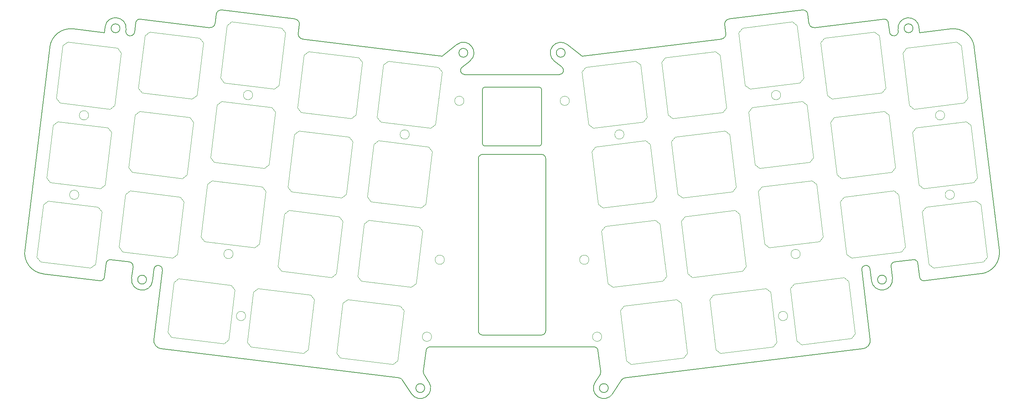
<source format=gm1>
G04 #@! TF.GenerationSoftware,KiCad,Pcbnew,7.0.10-7.0.10~ubuntu23.04.1*
G04 #@! TF.CreationDate,2024-02-06T20:15:15+00:00*
G04 #@! TF.ProjectId,plate_36keys,706c6174-655f-4333-966b-6579732e6b69,v0.1*
G04 #@! TF.SameCoordinates,Original*
G04 #@! TF.FileFunction,Profile,NP*
%FSLAX46Y46*%
G04 Gerber Fmt 4.6, Leading zero omitted, Abs format (unit mm)*
G04 Created by KiCad (PCBNEW 7.0.10-7.0.10~ubuntu23.04.1) date 2024-02-06 20:15:15*
%MOMM*%
%LPD*%
G01*
G04 APERTURE LIST*
G04 #@! TA.AperFunction,Profile*
%ADD10C,0.200000*%
G04 #@! TD*
G04 #@! TA.AperFunction,Profile*
%ADD11C,0.050000*%
G04 #@! TD*
G04 APERTURE END LIST*
D10*
X77682917Y-58995632D02*
X95052477Y-61128345D01*
X130002631Y-69966074D02*
X133525011Y-67208887D01*
X243493502Y-122541636D02*
G75*
G03*
X244607885Y-123412317I992598J121936D01*
G01*
X173443954Y-146544944D02*
X230025537Y-139597600D01*
X153139472Y-91358057D02*
X140139472Y-91358057D01*
X50197233Y-119273574D02*
X49795467Y-122545699D01*
X30863549Y-116191113D02*
G75*
G03*
X35216943Y-121763192I4962551J-609487D01*
G01*
X136609867Y-71143852D02*
G75*
G03*
X133525011Y-67208887I-1542467J1967452D01*
G01*
X166363422Y-147599714D02*
G75*
G03*
X170552210Y-150329837I2094378J-1365086D01*
G01*
X136117430Y-69176357D02*
G75*
G03*
X134017430Y-69176357I-1050000J0D01*
G01*
X134017430Y-69176357D02*
G75*
G03*
X136117430Y-69176357I1050000J0D01*
G01*
X51311653Y-118402862D02*
G75*
G03*
X50197234Y-119273574I-121953J-992438D01*
G01*
X61558128Y-120668517D02*
X61215624Y-123457990D01*
X122736741Y-150333918D02*
X120560880Y-146995520D01*
X55746721Y-65124164D02*
X55826748Y-65133990D01*
X258071990Y-121759108D02*
G75*
G03*
X262425377Y-116187055I-609190J4962608D01*
G01*
X96097289Y-62465643D02*
X95839839Y-64562398D01*
X230025536Y-139597589D02*
G75*
G03*
X231766889Y-137368768I-243736J1985089D01*
G01*
X127205790Y-139149902D02*
X166082638Y-139146364D01*
X243493469Y-122541640D02*
X243091703Y-119269515D01*
X54876034Y-64009747D02*
G75*
G03*
X55746721Y-65124163I992566J-121853D01*
G01*
X61522046Y-137372827D02*
X63543155Y-120912212D01*
X56595463Y-120059178D02*
G75*
G03*
X55724720Y-118944754I-992663J121778D01*
G01*
X56252893Y-122848643D02*
X56595397Y-120059170D01*
X217200710Y-62133147D02*
G75*
G03*
X218538067Y-63177949I1191290J146547D01*
G01*
X63263399Y-139601659D02*
X119844982Y-146549003D01*
X243356838Y-63035489D02*
G75*
G03*
X238368964Y-63647923I-2493938J-306211D01*
G01*
X232073312Y-123453931D02*
X231730808Y-120664458D01*
X74750870Y-63182004D02*
G75*
G03*
X76088171Y-62137199I146130J1191204D01*
G01*
X196404283Y-65895631D02*
G75*
G03*
X197449097Y-64558339I-146083J1190931D01*
G01*
X232073347Y-123453927D02*
G75*
G03*
X237036042Y-122844584I2481353J304627D01*
G01*
X140139472Y-77358057D02*
X153139472Y-77358057D01*
X95839848Y-64562399D02*
G75*
G03*
X96884652Y-65899695I1190852J-146401D01*
G01*
X134779321Y-72573626D02*
G75*
G03*
X135394999Y-74361699I615579J-788074D01*
G01*
X96097284Y-62465642D02*
G75*
G03*
X95052475Y-61128345I-1191184J146142D01*
G01*
X256488493Y-67835015D02*
X262425377Y-116187055D01*
X159271506Y-69172298D02*
G75*
G03*
X157171506Y-69172298I-1050000J0D01*
G01*
X157171506Y-69172298D02*
G75*
G03*
X159271506Y-69172298I1050000J0D01*
G01*
X154640692Y-94348132D02*
X154640691Y-135348130D01*
X135394999Y-74361699D02*
X157895290Y-74358473D01*
X243523049Y-64389422D02*
X250916415Y-63481631D01*
X153640692Y-136348133D02*
X139640692Y-136348133D01*
X136609849Y-71143829D02*
X134779303Y-72573604D01*
X54919971Y-63651982D02*
G75*
G03*
X49932129Y-63039552I-2493921J306212D01*
G01*
X218538067Y-63177950D02*
X234959918Y-61161600D01*
X56252895Y-122848643D02*
G75*
G03*
X61215624Y-123457990I2481365J-304667D01*
G01*
X161709203Y-68729846D02*
X163286305Y-69962015D01*
X42372521Y-63485690D02*
X49765887Y-64393481D01*
X58329012Y-61165708D02*
G75*
G03*
X57214603Y-62036336I-121912J-992492D01*
G01*
X127205790Y-139149882D02*
G75*
G03*
X126214751Y-140017014I110J-1000018D01*
G01*
X237564220Y-118940724D02*
G75*
G03*
X236693540Y-120055111I121780J-992476D01*
G01*
X159763925Y-67204825D02*
X161709203Y-68729846D01*
X42372519Y-63485705D02*
G75*
G03*
X36800443Y-67839074I-609219J-4962895D01*
G01*
X138640767Y-135348132D02*
G75*
G03*
X139640692Y-136348133I1000233J232D01*
G01*
X197449097Y-64558339D02*
X197191647Y-62461584D01*
X236693539Y-120055111D02*
X237036043Y-122844584D01*
X235604679Y-123149257D02*
G75*
G03*
X233504677Y-123149257I-1050001J0D01*
G01*
X233504677Y-123149257D02*
G75*
G03*
X235604679Y-123149257I1050001J0D01*
G01*
X58329018Y-61165659D02*
X74750869Y-63182009D01*
X153639543Y-77858057D02*
G75*
G03*
X153139472Y-77358057I-500043J-43D01*
G01*
X258071993Y-121759133D02*
X244607885Y-123412317D01*
X236074307Y-62032280D02*
G75*
G03*
X234959918Y-61161601I-992507J-121820D01*
G01*
X172728056Y-146991461D02*
X170552195Y-150329859D01*
X153639472Y-77858057D02*
X153639472Y-90858057D01*
X48681051Y-123416373D02*
G75*
G03*
X49795467Y-122545699I121849J992573D01*
G01*
X55826750Y-65133972D02*
G75*
G03*
X56941164Y-64263313I121850J992572D01*
G01*
X167073850Y-140013399D02*
X167747194Y-145032513D01*
X236347789Y-64259252D02*
G75*
G03*
X237462188Y-65129931I992611J121952D01*
G01*
X139640692Y-93348132D02*
X153640692Y-93348132D01*
X167073852Y-140013399D02*
G75*
G03*
X166082638Y-139146364I-991152J-133001D01*
G01*
X198236459Y-61124286D02*
X215606019Y-58991573D01*
X125881141Y-148968822D02*
G75*
G03*
X123781139Y-148968822I-1050001J0D01*
G01*
X123781139Y-148968822D02*
G75*
G03*
X125881141Y-148968822I1050001J0D01*
G01*
X241912885Y-63341708D02*
G75*
G03*
X239812885Y-63341708I-1050000J0D01*
G01*
X239812885Y-63341708D02*
G75*
G03*
X241912885Y-63341708I1050000J0D01*
G01*
X238368963Y-63647923D02*
X238412891Y-64005689D01*
X236074334Y-62032277D02*
X236347772Y-64259254D01*
X139640692Y-93348092D02*
G75*
G03*
X138640692Y-94348132I8J-1000008D01*
G01*
X256488543Y-67835009D02*
G75*
G03*
X250916415Y-63481632I-4962843J-609491D01*
G01*
X122736732Y-150333891D02*
G75*
G03*
X126925554Y-147603747I2094438J1365031D01*
G01*
X96884652Y-65899696D02*
X130002631Y-69966074D01*
X163286305Y-69962015D02*
X196404284Y-65895637D01*
X153139472Y-91358072D02*
G75*
G03*
X153639472Y-90858057I28J499972D01*
G01*
X243091677Y-119269518D02*
G75*
G03*
X241977287Y-118398839I-992477J-121782D01*
G01*
X154640668Y-94348132D02*
G75*
G03*
X153640692Y-93348132I-999968J32D01*
G01*
X166363381Y-147599689D02*
X167593882Y-145711350D01*
X159763919Y-67204835D02*
G75*
G03*
X156679087Y-71139770I-1542419J-1967465D01*
G01*
X139639472Y-90858057D02*
X139639472Y-77858057D01*
X157895290Y-74358488D02*
G75*
G03*
X158510700Y-72570378I-90J999988D01*
G01*
X169507797Y-148964763D02*
G75*
G03*
X167407795Y-148964763I-1050001J0D01*
G01*
X167407795Y-148964763D02*
G75*
G03*
X169507797Y-148964763I1050001J0D01*
G01*
X48681051Y-123416376D02*
X35216943Y-121763192D01*
X237564216Y-118940695D02*
X241977287Y-118398838D01*
X51311649Y-118402897D02*
X55724720Y-118944754D01*
X125541773Y-145036576D02*
G75*
G03*
X125695054Y-145715409I991127J-132924D01*
G01*
X125695054Y-145715409D02*
X126925555Y-147603748D01*
X54876045Y-64009748D02*
X54919973Y-63651982D01*
X173443957Y-146544965D02*
G75*
G03*
X172728057Y-146991461I121843J-992535D01*
G01*
X216943315Y-60036384D02*
X217200764Y-62133140D01*
X231730816Y-120664421D02*
G75*
G03*
X229745781Y-120908153I-992516J-121879D01*
G01*
X243522605Y-64385805D02*
X243356807Y-63035493D01*
X167593876Y-145711346D02*
G75*
G03*
X167747194Y-145032513I-837776J545946D01*
G01*
X61522050Y-137372828D02*
G75*
G03*
X63263399Y-139601659I1985050J-243772D01*
G01*
X138640692Y-135348132D02*
X138640692Y-94348132D01*
X198236459Y-61124267D02*
G75*
G03*
X197191648Y-62461584I146341J-1191133D01*
G01*
X237462188Y-65129931D02*
X237542215Y-65120105D01*
X76088172Y-62137199D02*
X76345621Y-60040443D01*
X59784259Y-123153316D02*
G75*
G03*
X57684257Y-123153316I-1050001J0D01*
G01*
X57684257Y-123153316D02*
G75*
G03*
X59784259Y-123153316I1050001J0D01*
G01*
X125541742Y-145036572D02*
X126214750Y-140017014D01*
X56941164Y-64263313D02*
X57214602Y-62036336D01*
X120560891Y-146995513D02*
G75*
G03*
X119844982Y-146549003I-837791J-546087D01*
G01*
X158510700Y-72570378D02*
X156679087Y-71139770D01*
X139639543Y-90858057D02*
G75*
G03*
X140139472Y-91358057I499957J-43D01*
G01*
X53476051Y-63345767D02*
G75*
G03*
X51376051Y-63345767I-1050000J0D01*
G01*
X51376051Y-63345767D02*
G75*
G03*
X53476051Y-63345767I1050000J0D01*
G01*
X153640692Y-136348191D02*
G75*
G03*
X154640691Y-135348130I-92J1000091D01*
G01*
X140139472Y-77358072D02*
G75*
G03*
X139639472Y-77858057I28J-500028D01*
G01*
X30863559Y-116191114D02*
X36800443Y-67839074D01*
X49932129Y-63039552D02*
X49766331Y-64389864D01*
X216943396Y-60036375D02*
G75*
G03*
X215606019Y-58991574I-1191196J-146425D01*
G01*
X237542212Y-65120078D02*
G75*
G03*
X238412891Y-64005689I-121912J992578D01*
G01*
X229745781Y-120908153D02*
X231766890Y-137368768D01*
X63543082Y-120912203D02*
G75*
G03*
X61558132Y-120668481I-992482J121803D01*
G01*
X77682925Y-58995569D02*
G75*
G03*
X76345622Y-60040444I-146025J-1191331D01*
G01*
D11*
X199603329Y-106673651D02*
X187692775Y-108136083D01*
X199603329Y-106673651D02*
X200717744Y-107544328D01*
X186822098Y-109250499D02*
X187692775Y-108136083D01*
X186822098Y-109250499D02*
X188357652Y-121756580D01*
X202253298Y-120050409D02*
X200717744Y-107544328D01*
X188357652Y-121756580D02*
X189472067Y-122627257D01*
X201382621Y-121164825D02*
X202253298Y-120050409D01*
X189472067Y-122627257D02*
X201382621Y-121164825D01*
X217930931Y-99625039D02*
X206020377Y-101087471D01*
X217930931Y-99625039D02*
X219045346Y-100495716D01*
X205149700Y-102201887D02*
X206020377Y-101087471D01*
X205149700Y-102201887D02*
X206685254Y-114707968D01*
X220580900Y-113001797D02*
X219045346Y-100495716D01*
X206685254Y-114707968D02*
X207799669Y-115578645D01*
X219710223Y-114116213D02*
X220580900Y-113001797D01*
X207799669Y-115578645D02*
X219710223Y-114116213D01*
X115447549Y-85670428D02*
X127358103Y-87132860D01*
X115447549Y-85670428D02*
X114576872Y-84556012D01*
X128472518Y-86262183D02*
X127358103Y-87132860D01*
X128472518Y-86262183D02*
X130008072Y-73756102D01*
X116112426Y-72049931D02*
X114576872Y-84556012D01*
X130008072Y-73756102D02*
X129137395Y-72641686D01*
X117226841Y-71179254D02*
X116112426Y-72049931D01*
X129137395Y-72641686D02*
X117226841Y-71179254D01*
X113125938Y-104578432D02*
X125036492Y-106040864D01*
X113125938Y-104578432D02*
X112255261Y-103464016D01*
X126150907Y-105170187D02*
X125036492Y-106040864D01*
X126150907Y-105170187D02*
X127686461Y-92664106D01*
X113790815Y-90957935D02*
X112255261Y-103464016D01*
X127686461Y-92664106D02*
X126815784Y-91549690D01*
X114905230Y-90087258D02*
X113790815Y-90957935D01*
X126815784Y-91549690D02*
X114905230Y-90087258D01*
X215428684Y-138633251D02*
X227339238Y-137170819D01*
X215428684Y-138633251D02*
X214314269Y-137762574D01*
X228209915Y-136056403D02*
X227339238Y-137170819D01*
X228209915Y-136056403D02*
X226674361Y-123550322D01*
X212778715Y-125256493D02*
X214314269Y-137762574D01*
X226674361Y-123550322D02*
X225559946Y-122679645D01*
X213649392Y-124142077D02*
X212778715Y-125256493D01*
X225559946Y-122679645D02*
X213649392Y-124142077D01*
X85178263Y-126133133D02*
X83715831Y-138043687D01*
X85178263Y-126133133D02*
X86292679Y-125262456D01*
X84586508Y-139158102D02*
X83715831Y-138043687D01*
X84586508Y-139158102D02*
X97092589Y-140693656D01*
X98798760Y-126798010D02*
X86292679Y-125262456D01*
X97092589Y-140693656D02*
X98207005Y-139822979D01*
X99669437Y-127912425D02*
X98798760Y-126798010D01*
X98207005Y-139822979D02*
X99669437Y-127912425D01*
X237419338Y-102030429D02*
X225508784Y-103492861D01*
X237419338Y-102030429D02*
X238533753Y-102901106D01*
X224638107Y-104607277D02*
X225508784Y-103492861D01*
X224638107Y-104607277D02*
X226173661Y-117113358D01*
X240069307Y-115407187D02*
X238533753Y-102901106D01*
X226173661Y-117113358D02*
X227288076Y-117984035D01*
X239198630Y-116521603D02*
X240069307Y-115407187D01*
X227288076Y-117984035D02*
X239198630Y-116521603D01*
X160268967Y-80607062D02*
G75*
G03*
X158068967Y-80607062I-1100000J0D01*
G01*
X158068967Y-80607062D02*
G75*
G03*
X160268967Y-80607062I1100000J0D01*
G01*
X235097727Y-83122425D02*
X223187173Y-84584857D01*
X235097727Y-83122425D02*
X236212142Y-83993102D01*
X222316496Y-85699273D02*
X223187173Y-84584857D01*
X222316496Y-85699273D02*
X223852050Y-98205354D01*
X237747696Y-96499183D02*
X236212142Y-83993102D01*
X223852050Y-98205354D02*
X224966465Y-99076031D01*
X236877019Y-97613599D02*
X237747696Y-96499183D01*
X224966465Y-99076031D02*
X236877019Y-97613599D01*
X127518141Y-136750673D02*
G75*
G03*
X125318141Y-136750673I-1100000J0D01*
G01*
X125318141Y-136750673D02*
G75*
G03*
X127518141Y-136750673I1100000J0D01*
G01*
X66270258Y-123811525D02*
X64807826Y-135722079D01*
X66270258Y-123811525D02*
X67384674Y-122940848D01*
X65678503Y-136836494D02*
X64807826Y-135722079D01*
X65678503Y-136836494D02*
X78184584Y-138372048D01*
X79890755Y-124476402D02*
X67384674Y-122940848D01*
X78184584Y-138372048D02*
X79299000Y-137501371D01*
X80761432Y-125590817D02*
X79890755Y-124476402D01*
X79299000Y-137501371D02*
X80761432Y-125590817D01*
X212140313Y-131817253D02*
G75*
G03*
X209940313Y-131817253I-1100000J0D01*
G01*
X209940313Y-131817253D02*
G75*
G03*
X212140313Y-131817253I1100000J0D01*
G01*
X249453527Y-84051437D02*
G75*
G03*
X247253527Y-84051437I-1100000J0D01*
G01*
X247253527Y-84051437D02*
G75*
G03*
X249453527Y-84051437I1100000J0D01*
G01*
X167960803Y-136750673D02*
G75*
G03*
X165760803Y-136750673I-1100000J0D01*
G01*
X165760803Y-136750673D02*
G75*
G03*
X167960803Y-136750673I1100000J0D01*
G01*
X130566755Y-118423073D02*
G75*
G03*
X128366755Y-118423073I-1100000J0D01*
G01*
X128366755Y-118423073D02*
G75*
G03*
X130566755Y-118423073I1100000J0D01*
G01*
X54080315Y-116521603D02*
X65990869Y-117984035D01*
X54080315Y-116521603D02*
X53209638Y-115407187D01*
X67105284Y-117113358D02*
X65990869Y-117984035D01*
X67105284Y-117113358D02*
X68640838Y-104607277D01*
X54745192Y-102901106D02*
X53209638Y-115407187D01*
X68640838Y-104607277D02*
X67770161Y-103492861D01*
X55859607Y-102030429D02*
X54745192Y-102901106D01*
X67770161Y-103492861D02*
X55859607Y-102030429D01*
X180695325Y-108995262D02*
X168784771Y-110457694D01*
X180695325Y-108995262D02*
X181809740Y-109865939D01*
X167914094Y-111572110D02*
X168784771Y-110457694D01*
X167914094Y-111572110D02*
X169449648Y-124078191D01*
X183345294Y-122372020D02*
X181809740Y-109865939D01*
X169449648Y-124078191D02*
X170564063Y-124948868D01*
X182474617Y-123486436D02*
X183345294Y-122372020D01*
X170564063Y-124948868D02*
X182474617Y-123486436D01*
X96539545Y-83348817D02*
X108450099Y-84811249D01*
X96539545Y-83348817D02*
X95668868Y-82234401D01*
X109564514Y-83940572D02*
X108450099Y-84811249D01*
X109564514Y-83940572D02*
X111100068Y-71434491D01*
X97204422Y-69728320D02*
X95668868Y-82234401D01*
X111100068Y-71434491D02*
X110229391Y-70320075D01*
X98318837Y-68857643D02*
X97204422Y-69728320D01*
X110229391Y-70320075D02*
X98318837Y-68857643D01*
X43703801Y-102959440D02*
G75*
G03*
X41503801Y-102959440I-1100000J0D01*
G01*
X41503801Y-102959440D02*
G75*
G03*
X43703801Y-102959440I1100000J0D01*
G01*
X110804327Y-123486436D02*
X122714881Y-124948868D01*
X110804327Y-123486436D02*
X109933650Y-122372020D01*
X123829296Y-124078191D02*
X122714881Y-124948868D01*
X123829296Y-124078191D02*
X125364850Y-111572110D01*
X111469204Y-109865939D02*
X109933650Y-122372020D01*
X125364850Y-111572110D02*
X124494173Y-110457694D01*
X112583619Y-108995262D02*
X111469204Y-109865939D01*
X124494173Y-110457694D02*
X112583619Y-108995262D01*
X106449768Y-128744945D02*
X104987336Y-140655499D01*
X106449768Y-128744945D02*
X107564184Y-127874268D01*
X105858013Y-141769914D02*
X104987336Y-140655499D01*
X105858013Y-141769914D02*
X118364094Y-143305468D01*
X120070265Y-129409822D02*
X107564184Y-127874268D01*
X118364094Y-143305468D02*
X119478510Y-142434791D01*
X120940942Y-130524237D02*
X120070265Y-129409822D01*
X119478510Y-142434791D02*
X120940942Y-130524237D01*
X36913519Y-100018989D02*
X48824073Y-101481421D01*
X36913519Y-100018989D02*
X36042842Y-98904573D01*
X49938488Y-100610744D02*
X48824073Y-101481421D01*
X49938488Y-100610744D02*
X51474042Y-88104663D01*
X37578396Y-86398492D02*
X36042842Y-98904573D01*
X51474042Y-88104663D02*
X50603365Y-86990247D01*
X38692811Y-85527815D02*
X37578396Y-86398492D01*
X50603365Y-86990247D02*
X38692811Y-85527815D01*
X232776116Y-64214421D02*
X220865562Y-65676853D01*
X232776116Y-64214421D02*
X233890531Y-65085098D01*
X219994885Y-66791269D02*
X220865562Y-65676853D01*
X219994885Y-66791269D02*
X221530439Y-79297350D01*
X235426085Y-77591179D02*
X233890531Y-65085098D01*
X221530439Y-79297350D02*
X222644854Y-80168027D01*
X234555408Y-78705595D02*
X235426085Y-77591179D01*
X222644854Y-80168027D02*
X234555408Y-78705595D01*
X252264523Y-66619811D02*
X240353969Y-68082243D01*
X252264523Y-66619811D02*
X253378938Y-67490488D01*
X239483292Y-69196659D02*
X240353969Y-68082243D01*
X239483292Y-69196659D02*
X241018846Y-81702740D01*
X254914492Y-79996569D02*
X253378938Y-67490488D01*
X241018846Y-81702740D02*
X242133261Y-82573417D01*
X254043815Y-81110985D02*
X254914492Y-79996569D01*
X242133261Y-82573417D02*
X254043815Y-81110985D01*
X56401926Y-97613599D02*
X68312480Y-99076031D01*
X56401926Y-97613599D02*
X55531249Y-96499183D01*
X69426895Y-98205354D02*
X68312480Y-99076031D01*
X69426895Y-98205354D02*
X70962449Y-85699273D01*
X57066803Y-83993102D02*
X55531249Y-96499183D01*
X70962449Y-85699273D02*
X70091772Y-84584857D01*
X58181218Y-83122425D02*
X57066803Y-83993102D01*
X70091772Y-84584857D02*
X58181218Y-83122425D01*
X39235130Y-81110985D02*
X51145684Y-82573417D01*
X39235130Y-81110985D02*
X38364453Y-79996569D01*
X52260099Y-81702740D02*
X51145684Y-82573417D01*
X52260099Y-81702740D02*
X53795653Y-69196659D01*
X39900007Y-67490488D02*
X38364453Y-79996569D01*
X53795653Y-69196659D02*
X52924976Y-68082243D01*
X41014422Y-66619811D02*
X39900007Y-67490488D01*
X52924976Y-68082243D02*
X41014422Y-66619811D01*
X58723537Y-78705595D02*
X70634091Y-80168027D01*
X58723537Y-78705595D02*
X57852860Y-77591179D01*
X71748506Y-79297350D02*
X70634091Y-80168027D01*
X71748506Y-79297350D02*
X73284060Y-66791269D01*
X59388414Y-65085098D02*
X57852860Y-77591179D01*
X73284060Y-66791269D02*
X72413383Y-65676853D01*
X60502829Y-64214421D02*
X59388414Y-65085098D01*
X72413383Y-65676853D02*
X60502829Y-64214421D01*
X75890333Y-95208209D02*
X87800887Y-96670641D01*
X75890333Y-95208209D02*
X75019656Y-94093793D01*
X88915302Y-95799964D02*
X87800887Y-96670641D01*
X88915302Y-95799964D02*
X90450856Y-83293883D01*
X76555210Y-81587712D02*
X75019656Y-94093793D01*
X90450856Y-83293883D02*
X89580179Y-82179467D01*
X77669625Y-80717035D02*
X76555210Y-81587712D01*
X89580179Y-82179467D02*
X77669625Y-80717035D01*
X256909113Y-104432605D02*
X244998559Y-105895037D01*
X256909113Y-104432605D02*
X258023528Y-105303282D01*
X244127882Y-107009453D02*
X244998559Y-105895037D01*
X244127882Y-107009453D02*
X245663436Y-119515534D01*
X259559082Y-117809363D02*
X258023528Y-105303282D01*
X245663436Y-119515534D02*
X246777851Y-120386211D01*
X258688405Y-118923779D02*
X259559082Y-117809363D01*
X246777851Y-120386211D02*
X258688405Y-118923779D01*
X164912189Y-118423073D02*
G75*
G03*
X162712189Y-118423073I-1100000J0D01*
G01*
X162712189Y-118423073D02*
G75*
G03*
X164912189Y-118423073I1100000J0D01*
G01*
X85002227Y-79240652D02*
G75*
G03*
X82802227Y-79240652I-1100000J0D01*
G01*
X82802227Y-79240652D02*
G75*
G03*
X85002227Y-79240652I1100000J0D01*
G01*
X135209977Y-80607062D02*
G75*
G03*
X133009977Y-80607062I-1100000J0D01*
G01*
X133009977Y-80607062D02*
G75*
G03*
X135209977Y-80607062I1100000J0D01*
G01*
X80352841Y-117055846D02*
G75*
G03*
X78152841Y-117055846I-1100000J0D01*
G01*
X78152841Y-117055846D02*
G75*
G03*
X80352841Y-117055846I1100000J0D01*
G01*
X210476717Y-79240652D02*
G75*
G03*
X208276717Y-79240652I-1100000J0D01*
G01*
X208276717Y-79240652D02*
G75*
G03*
X210476717Y-79240652I1100000J0D01*
G01*
X173247274Y-88610059D02*
G75*
G03*
X171047274Y-88610059I-1100000J0D01*
G01*
X171047274Y-88610059D02*
G75*
G03*
X173247274Y-88610059I1100000J0D01*
G01*
X34598076Y-118927813D02*
X46508630Y-120390245D01*
X34598076Y-118927813D02*
X33727399Y-117813397D01*
X47623045Y-119519568D02*
X46508630Y-120390245D01*
X47623045Y-119519568D02*
X49158599Y-107013487D01*
X35262953Y-105307316D02*
X33727399Y-117813397D01*
X49158599Y-107013487D02*
X48287922Y-105899071D01*
X36377368Y-104436639D02*
X35262953Y-105307316D01*
X48287922Y-105899071D02*
X36377368Y-104436639D01*
X215126101Y-117055844D02*
G75*
G03*
X212926101Y-117055844I-1100000J0D01*
G01*
X212926101Y-117055844D02*
G75*
G03*
X215126101Y-117055844I1100000J0D01*
G01*
X91896323Y-121164825D02*
X103806877Y-122627257D01*
X91896323Y-121164825D02*
X91025646Y-120050409D01*
X104921292Y-121756580D02*
X103806877Y-122627257D01*
X104921292Y-121756580D02*
X106456846Y-109250499D01*
X92561200Y-107544328D02*
X91025646Y-120050409D01*
X106456846Y-109250499D02*
X105586169Y-108136083D01*
X93675615Y-106673651D02*
X92561200Y-107544328D01*
X105586169Y-108136083D02*
X93675615Y-106673651D01*
X172338002Y-130524237D02*
X173800434Y-142434791D01*
X172338002Y-130524237D02*
X173208679Y-129409822D01*
X174914850Y-143305468D02*
X173800434Y-142434791D01*
X174914850Y-143305468D02*
X187420931Y-141769914D01*
X185714760Y-127874268D02*
X173208679Y-129409822D01*
X187420931Y-141769914D02*
X188291608Y-140655499D01*
X186829176Y-128744945D02*
X185714760Y-127874268D01*
X188291608Y-140655499D02*
X186829176Y-128744945D01*
X73568722Y-114116213D02*
X85479276Y-115578645D01*
X73568722Y-114116213D02*
X72698045Y-113001797D01*
X86593691Y-114707968D02*
X85479276Y-115578645D01*
X86593691Y-114707968D02*
X88129245Y-102201887D01*
X74233599Y-100495716D02*
X72698045Y-113001797D01*
X88129245Y-102201887D02*
X87258568Y-101087471D01*
X75348014Y-99625039D02*
X74233599Y-100495716D01*
X87258568Y-101087471D02*
X75348014Y-99625039D01*
X254586134Y-85527815D02*
X242675580Y-86990247D01*
X254586134Y-85527815D02*
X255700549Y-86398492D01*
X241804903Y-88104663D02*
X242675580Y-86990247D01*
X241804903Y-88104663D02*
X243340457Y-100610744D01*
X257236103Y-98904573D02*
X255700549Y-86398492D01*
X243340457Y-100610744D02*
X244454872Y-101481421D01*
X256365426Y-100018989D02*
X257236103Y-98904573D01*
X244454872Y-101481421D02*
X256365426Y-100018989D01*
X176052103Y-71179254D02*
X164141549Y-72641686D01*
X176052103Y-71179254D02*
X177166518Y-72049931D01*
X163270872Y-73756102D02*
X164141549Y-72641686D01*
X163270872Y-73756102D02*
X164806426Y-86262183D01*
X178702072Y-84556012D02*
X177166518Y-72049931D01*
X164806426Y-86262183D02*
X165920841Y-87132860D01*
X177831395Y-85670428D02*
X178702072Y-84556012D01*
X165920841Y-87132860D02*
X177831395Y-85670428D01*
X83338631Y-131817253D02*
G75*
G03*
X81138631Y-131817253I-1100000J0D01*
G01*
X81138631Y-131817253D02*
G75*
G03*
X83338631Y-131817253I1100000J0D01*
G01*
X197281718Y-87765647D02*
X185371164Y-89228079D01*
X197281718Y-87765647D02*
X198396133Y-88636324D01*
X184500487Y-90342495D02*
X185371164Y-89228079D01*
X184500487Y-90342495D02*
X186036041Y-102848576D01*
X199931687Y-101142405D02*
X198396133Y-88636324D01*
X186036041Y-102848576D02*
X187150456Y-103719253D01*
X199061010Y-102256821D02*
X199931687Y-101142405D01*
X187150456Y-103719253D02*
X199061010Y-102256821D01*
X122231670Y-88610059D02*
G75*
G03*
X120031670Y-88610059I-1100000J0D01*
G01*
X120031670Y-88610059D02*
G75*
G03*
X122231670Y-88610059I1100000J0D01*
G01*
X251775143Y-102959440D02*
G75*
G03*
X249575143Y-102959440I-1100000J0D01*
G01*
X249575143Y-102959440D02*
G75*
G03*
X251775143Y-102959440I1100000J0D01*
G01*
X178373714Y-90087258D02*
X166463160Y-91549690D01*
X178373714Y-90087258D02*
X179488129Y-90957935D01*
X165592483Y-92664106D02*
X166463160Y-91549690D01*
X165592483Y-92664106D02*
X167128037Y-105170187D01*
X181023683Y-103464016D02*
X179488129Y-90957935D01*
X167128037Y-105170187D02*
X168242452Y-106040864D01*
X180153006Y-104578432D02*
X181023683Y-103464016D01*
X168242452Y-106040864D02*
X180153006Y-104578432D01*
X46025417Y-84051437D02*
G75*
G03*
X43825417Y-84051437I-1100000J0D01*
G01*
X43825417Y-84051437D02*
G75*
G03*
X46025417Y-84051437I1100000J0D01*
G01*
X213287709Y-61809031D02*
X201377155Y-63271463D01*
X213287709Y-61809031D02*
X214402124Y-62679708D01*
X200506478Y-64385879D02*
X201377155Y-63271463D01*
X200506478Y-64385879D02*
X202042032Y-76891960D01*
X215937678Y-75185789D02*
X214402124Y-62679708D01*
X202042032Y-76891960D02*
X203156447Y-77762637D01*
X215067001Y-76300205D02*
X215937678Y-75185789D01*
X203156447Y-77762637D02*
X215067001Y-76300205D01*
X194960107Y-68857643D02*
X183049553Y-70320075D01*
X194960107Y-68857643D02*
X196074522Y-69728320D01*
X182178876Y-71434491D02*
X183049553Y-70320075D01*
X182178876Y-71434491D02*
X183714430Y-83940572D01*
X197610076Y-82234401D02*
X196074522Y-69728320D01*
X183714430Y-83940572D02*
X184828845Y-84811249D01*
X196739399Y-83348817D02*
X197610076Y-82234401D01*
X184828845Y-84811249D02*
X196739399Y-83348817D01*
X193609507Y-127912425D02*
X195071939Y-139822979D01*
X193609507Y-127912425D02*
X194480184Y-126798010D01*
X196186355Y-140693656D02*
X195071939Y-139822979D01*
X196186355Y-140693656D02*
X208692436Y-139158102D01*
X206986265Y-125262456D02*
X194480184Y-126798010D01*
X208692436Y-139158102D02*
X209563113Y-138043687D01*
X208100681Y-126133133D02*
X206986265Y-125262456D01*
X209563113Y-138043687D02*
X208100681Y-126133133D01*
X78211944Y-76300205D02*
X90122498Y-77762637D01*
X78211944Y-76300205D02*
X77341267Y-75185789D01*
X91236913Y-76891960D02*
X90122498Y-77762637D01*
X91236913Y-76891960D02*
X92772467Y-64385879D01*
X78876821Y-62679708D02*
X77341267Y-75185789D01*
X92772467Y-64385879D02*
X91901790Y-63271463D01*
X79991236Y-61809031D02*
X78876821Y-62679708D01*
X91901790Y-63271463D02*
X79991236Y-61809031D01*
X94217934Y-102256821D02*
X106128488Y-103719253D01*
X94217934Y-102256821D02*
X93347257Y-101142405D01*
X107242903Y-102848576D02*
X106128488Y-103719253D01*
X107242903Y-102848576D02*
X108778457Y-90342495D01*
X94882811Y-88636324D02*
X93347257Y-101142405D01*
X108778457Y-90342495D02*
X107907780Y-89228079D01*
X95997226Y-87765647D02*
X94882811Y-88636324D01*
X107907780Y-89228079D02*
X95997226Y-87765647D01*
X215609320Y-80717035D02*
X203698766Y-82179467D01*
X215609320Y-80717035D02*
X216723735Y-81587712D01*
X202828089Y-83293883D02*
X203698766Y-82179467D01*
X202828089Y-83293883D02*
X204363643Y-95799964D01*
X218259289Y-94093793D02*
X216723735Y-81587712D01*
X204363643Y-95799964D02*
X205478058Y-96670641D01*
X217388612Y-95208209D02*
X218259289Y-94093793D01*
X205478058Y-96670641D02*
X217388612Y-95208209D01*
M02*

</source>
